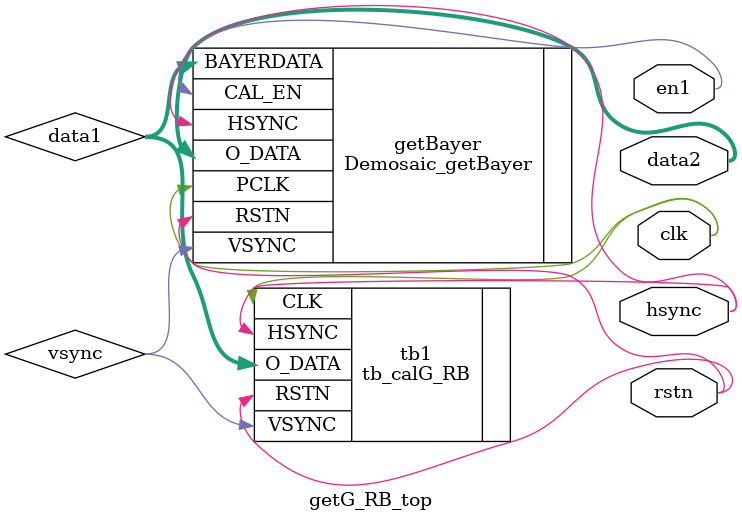
<source format=v>
`timescale 1ns/1ps
module getG_RB_top(
	output wire hsync,
	output wire [7:0] data2,
	output wire en1,
	output wire clk,
	output wire rstn
);
wire clk;
wire rstn;
wire hsync;
wire vsync;
wire [7:0] data1;
wire [7:0] data2;
wire en1;
	tb_calG_RB tb1(
		.CLK(clk),
		.RSTN(rstn),
		.HSYNC(hsync),
		.VSYNC(vsync),
		.O_DATA(data1)	);
	Demosaic_getBayer getBayer(
		.PCLK(clk),
		.RSTN(rstn),
		.VSYNC(vsync),
		.HSYNC(hsync),
		.BAYERDATA(data1),
		.CAL_EN(en1),
		.O_DATA(data2)	);
endmodule
</source>
